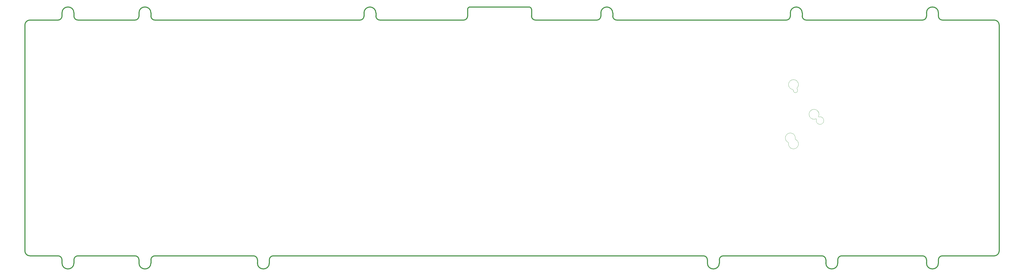
<source format=gbr>
%TF.GenerationSoftware,KiCad,Pcbnew,8.0.2*%
%TF.CreationDate,2025-12-13T15:02:26-08:00*%
%TF.ProjectId,mx-unsaver-main,6d782d75-6e73-4617-9665-722d6d61696e,rev?*%
%TF.SameCoordinates,Original*%
%TF.FileFunction,Profile,NP*%
%FSLAX46Y46*%
G04 Gerber Fmt 4.6, Leading zero omitted, Abs format (unit mm)*
G04 Created by KiCad (PCBNEW 8.0.2) date 2025-12-13 15:02:26*
%MOMM*%
%LPD*%
G01*
G04 APERTURE LIST*
%TA.AperFunction,Profile*%
%ADD10C,0.400000*%
%TD*%
%TA.AperFunction,Profile*%
%ADD11C,0.120000*%
%TD*%
G04 APERTURE END LIST*
D10*
X7125011Y10908914D02*
G75*
G02*
X5525097Y9308999I-1599911J-4D01*
G01*
X42881343Y10909054D02*
X42881261Y10909054D01*
X228618843Y10909054D02*
X228618761Y10909054D01*
X84106297Y-85509000D02*
G75*
G02*
X85706218Y-87092847I3J-1600000D01*
G01*
X304818761Y12158855D02*
X304818761Y10909054D01*
X195943761Y13562327D02*
X195943761Y10909054D01*
X320706297Y-85509000D02*
X353187497Y-85509000D01*
X42881261Y12175000D02*
X42881261Y10909054D01*
X36481297Y-85509000D02*
G75*
G02*
X38081218Y-87092847I3J-1600000D01*
G01*
X13525097Y9309000D02*
G75*
G02*
X11924969Y10894303I3J1600200D01*
G01*
X11925011Y-88375000D02*
X11925011Y-87109086D01*
X300018761Y12175000D02*
G75*
G02*
X304818785Y12158855I2400039J0D01*
G01*
X11925011Y-87109086D02*
G75*
G02*
X13525097Y-85508991I1600089J6D01*
G01*
X195943843Y10909054D02*
X195943761Y10909054D01*
X13525097Y-85509000D02*
X36481297Y-85509000D01*
X90506261Y-88375000D02*
G75*
G02*
X85706261Y-88375000I-2400000J0D01*
G01*
X170243761Y10908954D02*
G75*
G02*
X168649163Y9309048I-1599961J46D01*
G01*
X11925011Y-88375000D02*
G75*
G02*
X7125011Y-88375000I-2400000J0D01*
G01*
X7125011Y12175004D02*
X7125011Y10908914D01*
X133368761Y12156364D02*
X133368761Y10909054D01*
X38081261Y-88375000D02*
X38081261Y-87092847D01*
X-7799989Y7308914D02*
X-7799989Y-83509000D01*
X13525097Y9309000D02*
X36486663Y9309000D01*
X133368843Y10909054D02*
X133368761Y10909054D01*
X353187497Y-85509000D02*
G75*
G02*
X354787600Y-87109000I3J-1600100D01*
G01*
X314306261Y-88375000D02*
X314306261Y-87092847D01*
X273081297Y-85509000D02*
X312706297Y-85509000D01*
X90506261Y-88375000D02*
X90506261Y-87109046D01*
X359587511Y-88375000D02*
X359587511Y-87109146D01*
X44481297Y9309000D02*
X126974163Y9309000D01*
X42881261Y-87109046D02*
G75*
G02*
X44481297Y-85509011I1600039J-4D01*
G01*
X92106297Y-85509000D02*
X265081297Y-85509000D01*
X5524997Y-85509000D02*
G75*
G02*
X7125019Y-87099086I3J-1600050D01*
G01*
X320706297Y-85509010D02*
X320706297Y-85509000D01*
X44481297Y9309000D02*
G75*
G02*
X42881300Y10909054I3J1600000D01*
G01*
X90506261Y-87109046D02*
G75*
G02*
X92106297Y-85508961I1600039J46D01*
G01*
X230218797Y9309000D02*
G75*
G02*
X228618800Y10909054I3J1600000D01*
G01*
X361187597Y9309000D02*
X382037497Y9309000D01*
X273081297Y-85509010D02*
X273081297Y-85509000D01*
X361187597Y9309000D02*
G75*
G02*
X359587469Y10894303I3J1600200D01*
G01*
X228618761Y12158855D02*
X228618761Y10909054D01*
X271481261Y-88375000D02*
X271481261Y-87109046D01*
X197543797Y9309000D02*
G75*
G02*
X195943800Y10909054I3J1600000D01*
G01*
X170243761Y10908954D02*
X170243761Y13574954D01*
X223818761Y12175000D02*
G75*
G02*
X228618785Y12158855I2400039J0D01*
G01*
X306418797Y9309000D02*
G75*
G02*
X304818800Y10909054I3J1600000D01*
G01*
X11925011Y12175000D02*
X11925011Y10894303D01*
X354787511Y10908954D02*
G75*
G02*
X353187511Y9308989I-1600011J46D01*
G01*
X384037511Y7309000D02*
X384037511Y-83509046D01*
X304818843Y10909054D02*
X304818761Y10909054D01*
X359587511Y-88375000D02*
G75*
G02*
X354787511Y-88375000I-2400000J0D01*
G01*
X85706261Y-88375000D02*
X85706261Y-87092847D01*
X223818761Y12175000D02*
X223818761Y10908954D01*
X44481297Y-85509000D02*
X84106297Y-85509000D01*
X171243797Y14574990D02*
X171243797Y14575000D01*
X44481297Y-85509010D02*
X44481297Y-85509000D01*
X271481261Y-88375000D02*
G75*
G02*
X266681261Y-88375000I-2400000J0D01*
G01*
X197543797Y9309000D02*
X222224163Y9309000D01*
X38081261Y12175004D02*
X38081261Y10908954D01*
X223818761Y10908954D02*
G75*
G02*
X222224163Y9309048I-1599961J46D01*
G01*
X7125011Y12175004D02*
G75*
G02*
X11925009Y12175000I2399999J-4D01*
G01*
X134968797Y9309000D02*
X168649163Y9309000D01*
X359587511Y12175000D02*
X359587511Y10894303D01*
X300018761Y10908954D02*
G75*
G02*
X298424163Y9309048I-1599961J46D01*
G01*
X382037497Y9309000D02*
G75*
G02*
X384037500Y7309000I-97J-2000100D01*
G01*
X-5800003Y-85509000D02*
G75*
G02*
X-7799989Y-83509000I23J2000009D01*
G01*
X128568761Y12175004D02*
G75*
G02*
X133368767Y12156364I2400039J-54D01*
G01*
X230218797Y9309000D02*
X298424163Y9309000D01*
X319106261Y-88375000D02*
G75*
G02*
X314306261Y-88375000I-2400000J0D01*
G01*
X-5799903Y9309000D02*
X5525097Y9309000D01*
X171243797Y14575000D02*
X194943897Y14575000D01*
X384037511Y-83509046D02*
G75*
G02*
X382037511Y-85509011I-2000011J46D01*
G01*
X271481261Y-87109046D02*
G75*
G02*
X273081297Y-85508961I1600039J46D01*
G01*
X134968797Y9309000D02*
G75*
G02*
X133368800Y10909054I3J1600000D01*
G01*
X92106297Y-85509010D02*
X92106297Y-85509000D01*
X170243761Y13574954D02*
G75*
G02*
X171243797Y14575039I1000039J46D01*
G01*
X354787511Y12175000D02*
X354787511Y10908954D01*
X300018761Y12175000D02*
X300018761Y10908954D01*
X38081261Y12175004D02*
G75*
G02*
X42881259Y12175000I2399999J-4D01*
G01*
X265081297Y-85509000D02*
G75*
G02*
X266681218Y-87092847I3J-1600000D01*
G01*
X354787511Y-88375000D02*
X354787511Y-87109000D01*
X306418797Y9309000D02*
X353187511Y9309000D01*
X312706297Y-85509000D02*
G75*
G02*
X314306218Y-87092847I3J-1600000D01*
G01*
X-5800003Y-85509000D02*
X5524997Y-85509000D01*
X42881261Y-88375000D02*
G75*
G02*
X38081261Y-88375000I-2400000J0D01*
G01*
X38081261Y10908954D02*
G75*
G02*
X36486663Y9308998I-1599961J-4D01*
G01*
X42881261Y-88375000D02*
X42881261Y-87109046D01*
X128568761Y10908954D02*
G75*
G02*
X126974163Y9309048I-1599961J46D01*
G01*
X194943897Y14575000D02*
G75*
G02*
X195943720Y13562328I-97J-1000000D01*
G01*
X319106261Y-87109046D02*
G75*
G02*
X320706297Y-85508961I1600039J46D01*
G01*
X354787511Y12175000D02*
G75*
G02*
X359587511Y12175000I2400000J0D01*
G01*
X359587511Y-87109146D02*
G75*
G02*
X361198910Y-85508950I1600189J46D01*
G01*
X319106261Y-88375000D02*
X319106261Y-87109046D01*
X361198910Y-85509000D02*
X382037511Y-85509000D01*
X7125011Y-88375000D02*
X7125011Y-87099086D01*
X266681261Y-88375000D02*
X266681261Y-87092847D01*
X-7799989Y7308914D02*
G75*
G02*
X-5799903Y9309000I2000087J-1D01*
G01*
X128568761Y12175004D02*
X128568761Y10908954D01*
D11*
%TO.C,H19*%
X301290654Y-19308982D02*
X301062629Y-18615807D01*
X302909507Y-18784110D02*
X302679229Y-18084065D01*
X299232223Y-39924062D02*
G75*
G02*
X299347999Y-40144035I-80721J-182939D01*
G01*
X299232223Y-39924062D02*
G75*
G02*
X301996931Y-38468952I805252J1824049D01*
G01*
X301062635Y-18615805D02*
G75*
G02*
X302679227Y-18084063I244865J1978805D01*
G01*
X302112706Y-38688926D02*
G75*
G02*
X299347999Y-40144035I-805232J-1824086D01*
G01*
X302112706Y-38688926D02*
G75*
G02*
X301996935Y-38468953I80894J183026D01*
G01*
X302909507Y-18784110D02*
G75*
G02*
X301290653Y-19308982I-808307J-265890D01*
G01*
X310341643Y-30410346D02*
G75*
G02*
X310541435Y-30599197I58657J-138054D01*
G01*
X310341643Y-30410346D02*
G75*
G02*
X311355474Y-29447207I-779163J1835336D01*
G01*
X311533829Y-29656387D02*
G75*
G02*
X310541408Y-30599187I441651J-1458623D01*
G01*
X311533829Y-29656387D02*
G75*
G02*
X311355486Y-29447213I-43429J143587D01*
G01*
%TD*%
M02*

</source>
